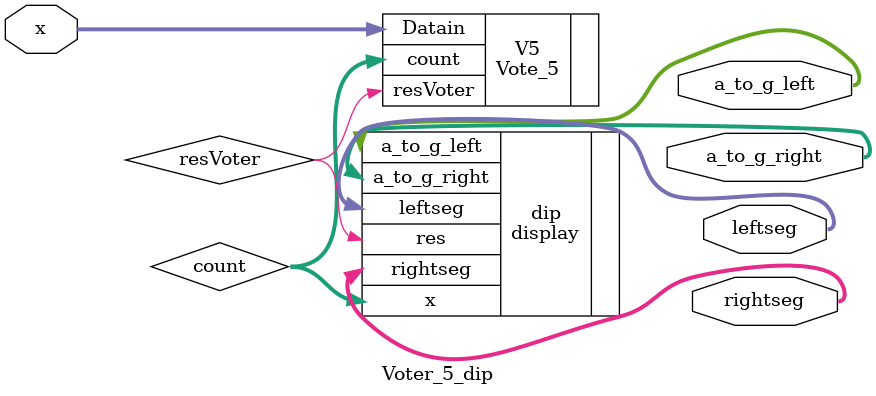
<source format=v>
`timescale 1ns / 1ps


module Voter_5_dip(
input [4:0]x,
output wire [7:0]a_to_g_left,a_to_g_right,
output wire [3:0]leftseg,rightseg
 );
wire [2:0]count;
wire resVoter;
Vote_5 V5(.Datain(x),.count(count),.resVoter(resVoter));
display dip(.x(count),.res(resVoter),
.a_to_g_left(a_to_g_left),.a_to_g_right(a_to_g_right),.leftseg(leftseg),.rightseg(rightseg));
endmodule

</source>
